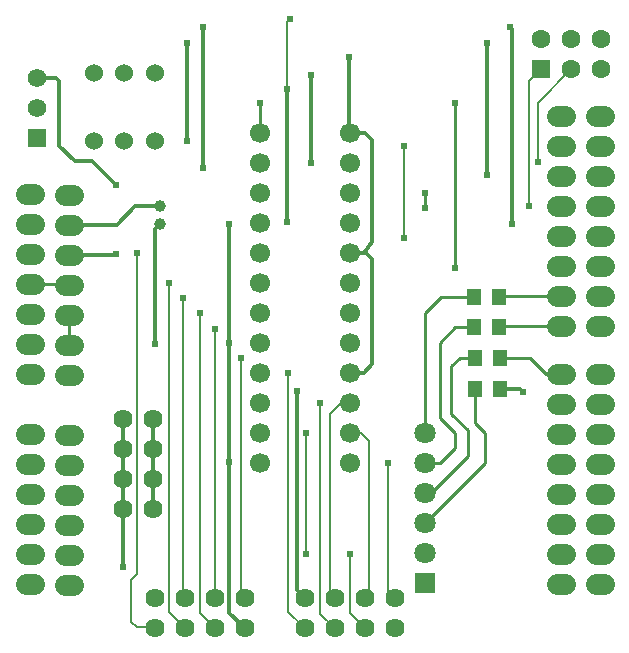
<source format=gtl>
G04 Layer: TopLayer*
G04 EasyEDA v6.3.22, 2020-02-01T09:52:18+01:00*
G04 6a38883e4b2748c8978b3c8c793b862a,5bf1b712bda346c5934589caff60f8c7,10*
G04 Gerber Generator version 0.2*
G04 Scale: 100 percent, Rotated: No, Reflected: No *
G04 Dimensions in millimeters *
G04 leading zeros omitted , absolute positions ,3 integer and 3 decimal *
%FSLAX33Y33*%
%MOMM*%
G90*
G71D02*

%ADD10C,0.254000*%
%ADD11C,0.299999*%
%ADD12C,0.159995*%
%ADD13C,0.609600*%
%ADD14R,1.300480X1.399540*%
%ADD15C,1.699997*%
%ADD16C,0.999998*%
%ADD17C,1.599997*%
%ADD18R,1.599997X1.599997*%
%ADD19C,1.624000*%
%ADD20C,1.799996*%
%ADD21R,1.799996X1.799996*%
%ADD22C,1.574800*%
%ADD23R,1.574800X1.574800*%
%ADD24C,1.524000*%

%LPD*%
G54D11*
G01X2999Y47900D02*
G01X4600Y47900D01*
G01X4900Y47700D01*
G01X4900Y42200D01*
G01X6200Y40900D01*
G01X7699Y40900D01*
G01X9699Y38900D01*
G54D10*
G01X40000Y26800D02*
G01X38399Y26800D01*
G01X37099Y25500D01*
G01X37099Y19150D01*
G01X38369Y17880D01*
G01X38369Y16610D01*
G01X37099Y15340D01*
G01X35829Y15340D01*
G01X40000Y29399D02*
G01X37189Y29399D01*
G01X35829Y28040D01*
G01X35829Y17880D01*
G54D11*
G01X5696Y32947D02*
G01X5696Y32947D01*
G54D12*
G01X24400Y52900D02*
G01X24200Y52700D01*
G01X24200Y47000D01*
G54D10*
G01X35829Y12800D02*
G01X36400Y12800D01*
G01X39500Y15900D01*
G01X39500Y18100D01*
G01X38100Y19500D01*
G01X38100Y23500D01*
G01X38830Y24230D01*
G01X40079Y24230D01*
G01X40099Y21600D02*
G01X40099Y18690D01*
G01X40909Y17880D01*
G01X40909Y15340D01*
G01X35829Y10260D01*
G54D11*
G01X19300Y25500D02*
G01X19300Y35600D01*
G54D10*
G01X5696Y30407D02*
G01X5617Y30486D01*
G01X2561Y30486D01*
G01X35829Y38200D02*
G01X35829Y36930D01*
G01X21859Y43280D02*
G01X21859Y45820D01*
G01X38369Y45820D02*
G01X38369Y31850D01*
G01X5857Y25373D02*
G01X5696Y25534D01*
G01X5696Y27867D01*
G01X42100Y29399D02*
G01X42124Y29424D01*
G01X47358Y29424D01*
G01X42100Y26799D02*
G01X42184Y26884D01*
G01X47358Y26884D01*
G01X42179Y24230D02*
G01X44719Y24230D01*
G01X46129Y22820D01*
G01X47358Y22820D01*
G54D12*
G01X11500Y33120D02*
G01X11500Y5900D01*
G01X11000Y5400D01*
G01X11000Y1900D01*
G01X11500Y1400D01*
G01X12940Y1400D01*
G01X12969Y1370D01*
G01X14200Y30580D02*
G01X14200Y2680D01*
G01X15509Y1370D01*
G01X16800Y27999D02*
G01X16800Y27999D01*
G01X16800Y2619D01*
G01X18049Y1370D01*
G54D11*
G01X19300Y25500D02*
G01X19300Y15400D01*
G01X19299Y15401D02*
G01X19299Y9617D01*
G01X19299Y2660D01*
G01X20589Y1370D01*
G54D12*
G01X24300Y22960D02*
G01X24300Y2739D01*
G01X25669Y1370D01*
G01X27000Y20420D02*
G01X27000Y2580D01*
G01X28209Y1370D01*
G01X25800Y17880D02*
G01X25800Y7600D01*
G01X29500Y7600D02*
G01X29500Y2620D01*
G01X30749Y1370D01*
G01X15400Y29300D02*
G01X15400Y4020D01*
G01X15509Y3910D01*
G01X20300Y24200D02*
G01X20300Y4200D01*
G01X20589Y3910D01*
G54D11*
G01X25000Y21400D02*
G01X25000Y4580D01*
G01X25669Y3910D01*
G54D12*
G01X29479Y20420D02*
G01X28720Y20420D01*
G01X27800Y19500D01*
G01X27800Y4320D01*
G01X28209Y3910D01*
G01X29479Y17880D02*
G01X30419Y17880D01*
G01X31100Y17200D01*
G01X31100Y4260D01*
G01X30749Y3910D01*
G01X32700Y15340D02*
G01X32700Y4500D01*
G01X33289Y3910D01*
G54D11*
G01X29479Y22960D02*
G01X30661Y22960D01*
G01X31400Y23699D01*
G01X31400Y32599D01*
G01X30899Y33099D01*
G01X29479Y33120D01*
G01X29479Y43280D02*
G01X30820Y43280D01*
G01X31400Y42700D01*
G01X31400Y34000D01*
G01X30657Y33100D01*
G01X24200Y47000D02*
G01X24200Y35700D01*
G01X29399Y49699D02*
G01X29399Y43360D01*
G01X29479Y43280D01*
G01X44200Y21300D02*
G01X43900Y21599D01*
G01X42200Y21599D01*
G01X15700Y42560D02*
G01X15700Y50900D01*
G01X41100Y50900D02*
G01X41100Y40800D01*
G01X41100Y40800D02*
G01X41100Y39700D01*
G01X26200Y40740D02*
G01X26200Y48200D01*
G01X17100Y40300D02*
G01X17100Y52200D01*
G01X43099Y52200D02*
G01X43200Y52099D01*
G01X43200Y35600D01*
G01X12999Y25373D02*
G01X12999Y35149D01*
G01X13400Y35549D01*
G01X13399Y37050D02*
G01X11350Y37050D01*
G01X9800Y35500D01*
G01X9787Y35487D01*
G01X5696Y35487D01*
G54D12*
G01X48259Y48659D02*
G01X45399Y45799D01*
G01X45399Y40799D01*
G01X45720Y48660D02*
G01X44700Y47640D01*
G01X44700Y37100D01*
G01X34100Y34400D02*
G01X34100Y42200D01*
G54D11*
G01X10300Y11460D02*
G01X10300Y14000D01*
G01X10300Y14000D02*
G01X10300Y16540D01*
G01X10300Y16540D02*
G01X10300Y19080D01*
G01X12840Y19080D02*
G01X12840Y16540D01*
G01X12840Y16540D02*
G01X12840Y14000D01*
G01X12840Y14000D02*
G01X12840Y11460D01*
G01X10300Y6500D02*
G01X10300Y11460D01*
G01X9700Y33000D02*
G01X9646Y32947D01*
G01X5696Y32947D01*
G54D12*
G01X18100Y26700D02*
G01X18100Y3960D01*
G01X18049Y3910D01*
G54D14*
G01X42179Y24230D03*
G01X40079Y24230D03*
G01X42100Y29399D03*
G01X40000Y29399D03*
G01X42100Y26800D03*
G01X40000Y26800D03*
G01X42200Y21599D03*
G01X40099Y21599D03*
G54D15*
G01X21859Y43280D03*
G01X29479Y43280D03*
G01X21859Y40740D03*
G01X21859Y38200D03*
G01X21859Y33120D03*
G01X21859Y35660D03*
G01X21859Y30580D03*
G01X21859Y15340D03*
G01X21859Y20420D03*
G01X21859Y17880D03*
G01X21859Y22960D03*
G01X21859Y25500D03*
G01X21859Y28040D03*
G01X29479Y28040D03*
G01X29479Y25500D03*
G01X29479Y22960D03*
G01X29479Y17880D03*
G01X29479Y20420D03*
G01X29479Y15340D03*
G01X29479Y30580D03*
G01X29479Y35660D03*
G01X29479Y33120D03*
G01X29479Y38200D03*
G01X29479Y40740D03*
G54D16*
G01X13399Y35549D03*
G01X13399Y37050D03*
G54D17*
G01X50800Y51199D03*
G01X50800Y48659D03*
G01X48260Y51199D03*
G01X48260Y48659D03*
G01X45720Y51199D03*
G54D18*
G01X45720Y48659D03*
G54D19*
G01X12839Y11459D03*
G01X10299Y11459D03*
G01X12839Y13999D03*
G01X10299Y13999D03*
G01X12839Y16539D03*
G01X10299Y16539D03*
G01X12839Y19079D03*
G01X10299Y19079D03*
G54D20*
G01X35829Y17880D03*
G01X35829Y15340D03*
G01X35829Y12800D03*
G01X35829Y10260D03*
G01X35829Y7720D03*
G54D21*
G01X35829Y5180D03*
G54D22*
G01X2999Y47900D03*
G01X2999Y45360D03*
G54D23*
G01X2999Y42820D03*
G54D24*
G01X7870Y48359D03*
G01X10419Y48359D03*
G01X12969Y48359D03*
G01X12969Y42559D03*
G01X10419Y42559D03*
G01X7869Y42559D03*
G54D19*
G01X12970Y1369D03*
G01X12970Y3909D03*
G01X15510Y1369D03*
G01X15510Y3909D03*
G01X18050Y1369D03*
G01X18050Y3909D03*
G01X20590Y1369D03*
G01X20590Y3909D03*
G01X25670Y1369D03*
G01X25670Y3909D03*
G01X28210Y1369D03*
G01X28210Y3909D03*
G01X30750Y1369D03*
G01X30750Y3909D03*
G01X33290Y1369D03*
G01X33290Y3909D03*
G54D13*
G01X35829Y38200D03*
G01X35829Y36930D03*
G01X21859Y45820D03*
G01X38369Y45820D03*
G01X38369Y31850D03*
G01X2561Y25406D03*
G01X11500Y33120D03*
G01X14200Y30580D03*
G01X16800Y27999D03*
G01X19299Y25500D03*
G01X19299Y15399D03*
G01X19299Y35600D03*
G01X24300Y22960D03*
G01X26999Y20420D03*
G01X25800Y17880D03*
G01X25800Y7599D03*
G01X29500Y7599D03*
G01X15399Y29299D03*
G01X18100Y26699D03*
G01X20299Y24200D03*
G01X24999Y21399D03*
G01X32699Y15340D03*
G01X24200Y47000D03*
G01X24200Y35699D03*
G01X29399Y49699D03*
G01X44200Y21299D03*
G01X15699Y42560D03*
G01X15699Y50900D03*
G01X41099Y50900D03*
G01X41099Y39699D03*
G01X26200Y40740D03*
G01X26200Y48200D03*
G01X17100Y40300D03*
G01X17100Y52200D03*
G01X43099Y52200D03*
G01X43200Y35600D03*
G01X12999Y25373D03*
G01X9699Y32999D03*
G01X9699Y38900D03*
G01X24399Y52900D03*
G01X44700Y37099D03*
G01X45399Y40799D03*
G01X34099Y34399D03*
G01X34099Y42200D03*
G01X10299Y6500D03*
G54D20*
G01X51010Y15200D02*
G01X50310Y15200D01*
G01X2750Y17740D02*
G01X2050Y17740D01*
G01X51010Y12660D02*
G01X50310Y12660D01*
G01X51010Y10120D02*
G01X50310Y10120D01*
G01X51010Y7580D02*
G01X50310Y7580D01*
G01X51010Y5040D02*
G01X50310Y5040D01*
G01X51010Y17740D02*
G01X50310Y17740D01*
G01X51010Y20280D02*
G01X50310Y20280D01*
G01X51010Y22820D02*
G01X50310Y22820D01*
G01X51010Y26884D02*
G01X50310Y26884D01*
G01X51010Y29424D02*
G01X50310Y29424D01*
G01X51010Y31964D02*
G01X50310Y31964D01*
G01X51010Y34504D02*
G01X50310Y34504D01*
G01X51010Y37044D02*
G01X50310Y37044D01*
G01X51010Y39584D02*
G01X50310Y39584D01*
G01X51010Y42124D02*
G01X50310Y42124D01*
G01X51010Y44664D02*
G01X50310Y44664D01*
G01X2750Y15200D02*
G01X2050Y15200D01*
G01X2750Y12660D02*
G01X2050Y12660D01*
G01X2750Y10120D02*
G01X2050Y10120D01*
G01X2750Y7580D02*
G01X2050Y7580D01*
G01X2750Y5040D02*
G01X2050Y5040D01*
G01X2750Y22820D02*
G01X2050Y22820D01*
G01X2750Y25360D02*
G01X2050Y25360D01*
G01X2750Y27900D02*
G01X2050Y27900D01*
G01X2750Y30440D02*
G01X2050Y30440D01*
G01X2750Y32980D02*
G01X2050Y32980D01*
G01X2750Y35520D02*
G01X2050Y35520D01*
G01X47708Y15200D02*
G01X47008Y15200D01*
G01X47708Y12660D02*
G01X47008Y12660D01*
G01X47708Y10120D02*
G01X47008Y10120D01*
G01X47708Y7580D02*
G01X47008Y7580D01*
G01X47708Y5040D02*
G01X47008Y5040D01*
G01X47708Y17740D02*
G01X47008Y17740D01*
G01X47708Y20280D02*
G01X47008Y20280D01*
G01X47708Y22820D02*
G01X47008Y22820D01*
G01X47708Y26884D02*
G01X47008Y26884D01*
G01X47708Y29424D02*
G01X47008Y29424D01*
G01X47708Y31964D02*
G01X47008Y31964D01*
G01X47708Y34504D02*
G01X47008Y34504D01*
G01X47708Y37044D02*
G01X47008Y37044D01*
G01X47708Y39584D02*
G01X47008Y39584D01*
G01X47708Y42124D02*
G01X47008Y42124D01*
G01X47708Y44664D02*
G01X47008Y44664D01*
G01X6046Y17707D02*
G01X5346Y17707D01*
G01X6046Y15167D02*
G01X5346Y15167D01*
G01X6046Y12627D02*
G01X5346Y12627D01*
G01X6046Y10087D02*
G01X5346Y10087D01*
G01X6046Y7547D02*
G01X5346Y7547D01*
G01X6046Y5007D02*
G01X5346Y5007D01*
G01X6046Y22787D02*
G01X5346Y22787D01*
G01X6046Y25327D02*
G01X5346Y25327D01*
G01X6046Y27867D02*
G01X5346Y27867D01*
G01X6046Y30407D02*
G01X5346Y30407D01*
G01X6046Y32947D02*
G01X5346Y32947D01*
G01X6046Y35487D02*
G01X5346Y35487D01*
G01X2750Y38060D02*
G01X2050Y38060D01*
G01X6046Y38027D02*
G01X5346Y38027D01*
M00*
M02*

</source>
